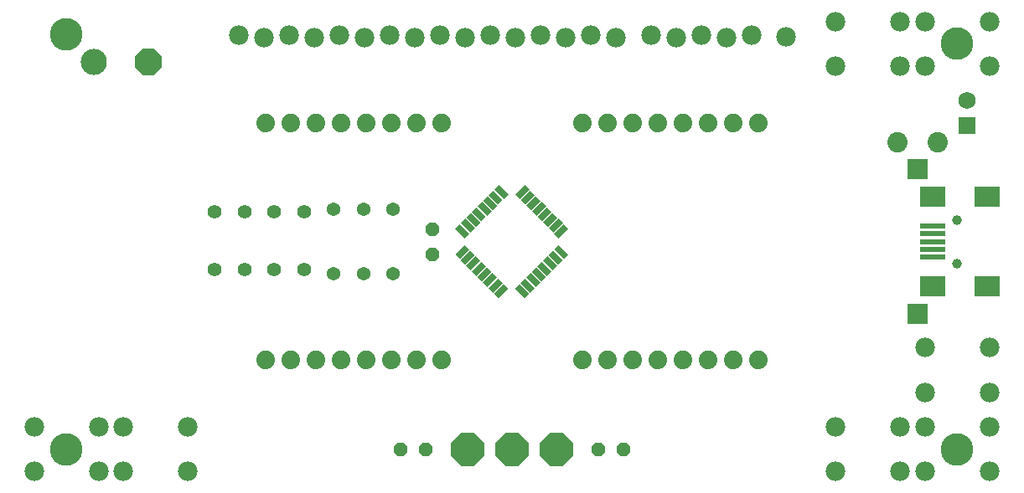
<source format=gbs>
G75*
G70*
%OFA0B0*%
%FSLAX24Y24*%
%IPPOS*%
%LPD*%
%AMOC8*
5,1,8,0,0,1.08239X$1,22.5*
%
%ADD10C,0.1300*%
%ADD11C,0.0740*%
%ADD12R,0.0800X0.0800*%
%ADD13C,0.0690*%
%ADD14R,0.0690X0.0690*%
%ADD15OC8,0.1040*%
%ADD16C,0.1040*%
%ADD17R,0.1024X0.0237*%
%ADD18R,0.1024X0.0827*%
%ADD19C,0.0394*%
%ADD20R,0.0540X0.0260*%
%ADD21R,0.0260X0.0540*%
%ADD22C,0.0540*%
%ADD23OC8,0.1306*%
%ADD24OC8,0.0560*%
%ADD25C,0.0808*%
%ADD26C,0.0780*%
%ADD27C,0.0560*%
D10*
X002069Y001675D03*
X002069Y018210D03*
X037502Y017817D03*
X037502Y001675D03*
D11*
X029584Y005218D03*
X028584Y005218D03*
X027584Y005218D03*
X026584Y005218D03*
X025584Y005218D03*
X024584Y005218D03*
X023584Y005218D03*
X022584Y005218D03*
X016986Y005218D03*
X015986Y005218D03*
X014986Y005218D03*
X013986Y005218D03*
X012986Y005218D03*
X011986Y005218D03*
X010986Y005218D03*
X009986Y005218D03*
X009986Y014667D03*
X010986Y014667D03*
X011986Y014667D03*
X012986Y014667D03*
X013986Y014667D03*
X014986Y014667D03*
X015986Y014667D03*
X016986Y014667D03*
X022584Y014667D03*
X023584Y014667D03*
X024584Y014667D03*
X025584Y014667D03*
X026584Y014667D03*
X027584Y014667D03*
X028584Y014667D03*
X029584Y014667D03*
D12*
X035927Y012818D03*
X035927Y007068D03*
D13*
X037895Y015561D03*
D14*
X037895Y014561D03*
D15*
X005336Y017092D03*
D16*
X003155Y017092D03*
D17*
X036517Y010572D03*
X036517Y010257D03*
X036517Y009943D03*
X036517Y009628D03*
X036517Y009313D03*
D18*
X036517Y008171D03*
X038683Y008171D03*
X038683Y011714D03*
X036517Y011714D03*
D19*
X037502Y010809D03*
X037502Y009076D03*
D20*
G36*
X022042Y010456D02*
X021662Y010076D01*
X021478Y010260D01*
X021858Y010640D01*
X022042Y010456D01*
G37*
G36*
X021819Y010679D02*
X021439Y010299D01*
X021255Y010483D01*
X021635Y010863D01*
X021819Y010679D01*
G37*
G36*
X021596Y010901D02*
X021216Y010521D01*
X021032Y010705D01*
X021412Y011085D01*
X021596Y010901D01*
G37*
G36*
X021373Y011124D02*
X020993Y010744D01*
X020809Y010928D01*
X021189Y011308D01*
X021373Y011124D01*
G37*
G36*
X021151Y011347D02*
X020771Y010967D01*
X020587Y011151D01*
X020967Y011531D01*
X021151Y011347D01*
G37*
G36*
X020928Y011570D02*
X020548Y011190D01*
X020364Y011374D01*
X020744Y011754D01*
X020928Y011570D01*
G37*
G36*
X020705Y011792D02*
X020325Y011412D01*
X020141Y011596D01*
X020521Y011976D01*
X020705Y011792D01*
G37*
G36*
X020483Y012015D02*
X020103Y011635D01*
X019919Y011819D01*
X020299Y012199D01*
X020483Y012015D01*
G37*
G36*
X018093Y009625D02*
X017713Y009245D01*
X017529Y009429D01*
X017909Y009809D01*
X018093Y009625D01*
G37*
G36*
X018315Y009402D02*
X017935Y009022D01*
X017751Y009206D01*
X018131Y009586D01*
X018315Y009402D01*
G37*
G36*
X018538Y009180D02*
X018158Y008800D01*
X017974Y008984D01*
X018354Y009364D01*
X018538Y009180D01*
G37*
G36*
X018761Y008957D02*
X018381Y008577D01*
X018197Y008761D01*
X018577Y009141D01*
X018761Y008957D01*
G37*
G36*
X018983Y008734D02*
X018603Y008354D01*
X018419Y008538D01*
X018799Y008918D01*
X018983Y008734D01*
G37*
G36*
X019206Y008511D02*
X018826Y008131D01*
X018642Y008315D01*
X019022Y008695D01*
X019206Y008511D01*
G37*
G36*
X019429Y008289D02*
X019049Y007909D01*
X018865Y008093D01*
X019245Y008473D01*
X019429Y008289D01*
G37*
G36*
X019652Y008066D02*
X019272Y007686D01*
X019088Y007870D01*
X019468Y008250D01*
X019652Y008066D01*
G37*
D21*
G36*
X020483Y007870D02*
X020299Y007686D01*
X019919Y008066D01*
X020103Y008250D01*
X020483Y007870D01*
G37*
G36*
X020705Y008093D02*
X020521Y007909D01*
X020141Y008289D01*
X020325Y008473D01*
X020705Y008093D01*
G37*
G36*
X020928Y008315D02*
X020744Y008131D01*
X020364Y008511D01*
X020548Y008695D01*
X020928Y008315D01*
G37*
G36*
X021151Y008538D02*
X020967Y008354D01*
X020587Y008734D01*
X020771Y008918D01*
X021151Y008538D01*
G37*
G36*
X021373Y008761D02*
X021189Y008577D01*
X020809Y008957D01*
X020993Y009141D01*
X021373Y008761D01*
G37*
G36*
X021596Y008984D02*
X021412Y008800D01*
X021032Y009180D01*
X021216Y009364D01*
X021596Y008984D01*
G37*
G36*
X021819Y009206D02*
X021635Y009022D01*
X021255Y009402D01*
X021439Y009586D01*
X021819Y009206D01*
G37*
G36*
X022042Y009429D02*
X021858Y009245D01*
X021478Y009625D01*
X021662Y009809D01*
X022042Y009429D01*
G37*
G36*
X018761Y010928D02*
X018577Y010744D01*
X018197Y011124D01*
X018381Y011308D01*
X018761Y010928D01*
G37*
G36*
X018538Y010705D02*
X018354Y010521D01*
X017974Y010901D01*
X018158Y011085D01*
X018538Y010705D01*
G37*
G36*
X018315Y010483D02*
X018131Y010299D01*
X017751Y010679D01*
X017935Y010863D01*
X018315Y010483D01*
G37*
G36*
X018093Y010260D02*
X017909Y010076D01*
X017529Y010456D01*
X017713Y010640D01*
X018093Y010260D01*
G37*
G36*
X018983Y011151D02*
X018799Y010967D01*
X018419Y011347D01*
X018603Y011531D01*
X018983Y011151D01*
G37*
G36*
X019206Y011374D02*
X019022Y011190D01*
X018642Y011570D01*
X018826Y011754D01*
X019206Y011374D01*
G37*
G36*
X019429Y011596D02*
X019245Y011412D01*
X018865Y011792D01*
X019049Y011976D01*
X019429Y011596D01*
G37*
G36*
X019652Y011819D02*
X019468Y011635D01*
X019088Y012015D01*
X019272Y012199D01*
X019652Y011819D01*
G37*
D22*
X015061Y011222D03*
X013880Y011222D03*
X012698Y011222D03*
X012698Y008663D03*
X013880Y008663D03*
X015061Y008663D03*
D23*
X018013Y001675D03*
X019785Y001675D03*
X021557Y001675D03*
D24*
X023222Y001675D03*
X024222Y001675D03*
X016348Y001675D03*
X015348Y001675D03*
X016635Y009443D03*
X016635Y010443D03*
D25*
X035139Y013880D03*
X036714Y013880D03*
D26*
X000789Y000785D03*
X003349Y000785D03*
X004332Y000785D03*
X006892Y000785D03*
X006892Y002565D03*
X004332Y002565D03*
X003349Y002565D03*
X000789Y002565D03*
X009919Y018050D03*
X008919Y018150D03*
X010919Y018150D03*
X011919Y018050D03*
X012919Y018150D03*
X013919Y018050D03*
X014919Y018150D03*
X015919Y018050D03*
X016919Y018150D03*
X017919Y018050D03*
X018919Y018150D03*
X019919Y018050D03*
X020919Y018150D03*
X021919Y018050D03*
X022919Y018150D03*
X023919Y018050D03*
X025313Y018150D03*
X026313Y018050D03*
X027313Y018150D03*
X028313Y018050D03*
X029313Y018150D03*
X030706Y018100D03*
X032678Y018707D03*
X035238Y018707D03*
X036222Y018707D03*
X038782Y018707D03*
X038782Y016927D03*
X036222Y016927D03*
X035238Y016927D03*
X032678Y016927D03*
X036222Y005714D03*
X038782Y005714D03*
X038782Y003934D03*
X038782Y002565D03*
X036222Y002565D03*
X035238Y002565D03*
X036222Y003934D03*
X032678Y002565D03*
X032678Y000785D03*
X035238Y000785D03*
X036222Y000785D03*
X038782Y000785D03*
D27*
X011517Y008836D03*
X010336Y008836D03*
X009155Y008836D03*
X007974Y008836D03*
X007974Y011124D03*
X009155Y011124D03*
X010336Y011124D03*
X011517Y011124D03*
M02*

</source>
